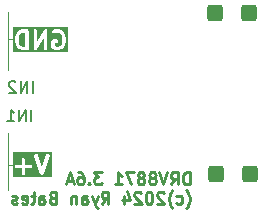
<source format=gbp>
G04 #@! TF.GenerationSoftware,KiCad,Pcbnew,8.0.5*
G04 #@! TF.CreationDate,2024-10-21T19:45:19-04:00*
G04 #@! TF.ProjectId,DRV8871_PCB,44525638-3837-4315-9f50-43422e6b6963,rev?*
G04 #@! TF.SameCoordinates,Original*
G04 #@! TF.FileFunction,Paste,Bot*
G04 #@! TF.FilePolarity,Positive*
%FSLAX46Y46*%
G04 Gerber Fmt 4.6, Leading zero omitted, Abs format (unit mm)*
G04 Created by KiCad (PCBNEW 8.0.5) date 2024-10-21 19:45:19*
%MOMM*%
%LPD*%
G01*
G04 APERTURE LIST*
G04 Aperture macros list*
%AMRoundRect*
0 Rectangle with rounded corners*
0 $1 Rounding radius*
0 $2 $3 $4 $5 $6 $7 $8 $9 X,Y pos of 4 corners*
0 Add a 4 corners polygon primitive as box body*
4,1,4,$2,$3,$4,$5,$6,$7,$8,$9,$2,$3,0*
0 Add four circle primitives for the rounded corners*
1,1,$1+$1,$2,$3*
1,1,$1+$1,$4,$5*
1,1,$1+$1,$6,$7*
1,1,$1+$1,$8,$9*
0 Add four rect primitives between the rounded corners*
20,1,$1+$1,$2,$3,$4,$5,0*
20,1,$1+$1,$4,$5,$6,$7,0*
20,1,$1+$1,$6,$7,$8,$9,0*
20,1,$1+$1,$8,$9,$2,$3,0*%
G04 Aperture macros list end*
%ADD10C,0.100000*%
%ADD11C,0.254000*%
%ADD12C,0.150000*%
%ADD13C,0.300000*%
%ADD14RoundRect,0.250000X0.400000X0.450000X-0.400000X0.450000X-0.400000X-0.450000X0.400000X-0.450000X0*%
G04 APERTURE END LIST*
D10*
X3810000Y-12573000D02*
X3810000Y-17399000D01*
X4318000Y-15240000D02*
X3810000Y-15240000D01*
X3810000Y-2286000D02*
X3810000Y-7239000D01*
X3810000Y-4572000D02*
X4318000Y-4572000D01*
D11*
X19148990Y-16895749D02*
X19148990Y-15879749D01*
X19148990Y-15879749D02*
X18907085Y-15879749D01*
X18907085Y-15879749D02*
X18761942Y-15928130D01*
X18761942Y-15928130D02*
X18665180Y-16024892D01*
X18665180Y-16024892D02*
X18616799Y-16121654D01*
X18616799Y-16121654D02*
X18568418Y-16315178D01*
X18568418Y-16315178D02*
X18568418Y-16460321D01*
X18568418Y-16460321D02*
X18616799Y-16653845D01*
X18616799Y-16653845D02*
X18665180Y-16750607D01*
X18665180Y-16750607D02*
X18761942Y-16847369D01*
X18761942Y-16847369D02*
X18907085Y-16895749D01*
X18907085Y-16895749D02*
X19148990Y-16895749D01*
X17552418Y-16895749D02*
X17891085Y-16411940D01*
X18132990Y-16895749D02*
X18132990Y-15879749D01*
X18132990Y-15879749D02*
X17745942Y-15879749D01*
X17745942Y-15879749D02*
X17649180Y-15928130D01*
X17649180Y-15928130D02*
X17600799Y-15976511D01*
X17600799Y-15976511D02*
X17552418Y-16073273D01*
X17552418Y-16073273D02*
X17552418Y-16218416D01*
X17552418Y-16218416D02*
X17600799Y-16315178D01*
X17600799Y-16315178D02*
X17649180Y-16363559D01*
X17649180Y-16363559D02*
X17745942Y-16411940D01*
X17745942Y-16411940D02*
X18132990Y-16411940D01*
X17262133Y-15879749D02*
X16923466Y-16895749D01*
X16923466Y-16895749D02*
X16584799Y-15879749D01*
X16100990Y-16315178D02*
X16197752Y-16266797D01*
X16197752Y-16266797D02*
X16246133Y-16218416D01*
X16246133Y-16218416D02*
X16294514Y-16121654D01*
X16294514Y-16121654D02*
X16294514Y-16073273D01*
X16294514Y-16073273D02*
X16246133Y-15976511D01*
X16246133Y-15976511D02*
X16197752Y-15928130D01*
X16197752Y-15928130D02*
X16100990Y-15879749D01*
X16100990Y-15879749D02*
X15907466Y-15879749D01*
X15907466Y-15879749D02*
X15810704Y-15928130D01*
X15810704Y-15928130D02*
X15762323Y-15976511D01*
X15762323Y-15976511D02*
X15713942Y-16073273D01*
X15713942Y-16073273D02*
X15713942Y-16121654D01*
X15713942Y-16121654D02*
X15762323Y-16218416D01*
X15762323Y-16218416D02*
X15810704Y-16266797D01*
X15810704Y-16266797D02*
X15907466Y-16315178D01*
X15907466Y-16315178D02*
X16100990Y-16315178D01*
X16100990Y-16315178D02*
X16197752Y-16363559D01*
X16197752Y-16363559D02*
X16246133Y-16411940D01*
X16246133Y-16411940D02*
X16294514Y-16508702D01*
X16294514Y-16508702D02*
X16294514Y-16702226D01*
X16294514Y-16702226D02*
X16246133Y-16798988D01*
X16246133Y-16798988D02*
X16197752Y-16847369D01*
X16197752Y-16847369D02*
X16100990Y-16895749D01*
X16100990Y-16895749D02*
X15907466Y-16895749D01*
X15907466Y-16895749D02*
X15810704Y-16847369D01*
X15810704Y-16847369D02*
X15762323Y-16798988D01*
X15762323Y-16798988D02*
X15713942Y-16702226D01*
X15713942Y-16702226D02*
X15713942Y-16508702D01*
X15713942Y-16508702D02*
X15762323Y-16411940D01*
X15762323Y-16411940D02*
X15810704Y-16363559D01*
X15810704Y-16363559D02*
X15907466Y-16315178D01*
X15133371Y-16315178D02*
X15230133Y-16266797D01*
X15230133Y-16266797D02*
X15278514Y-16218416D01*
X15278514Y-16218416D02*
X15326895Y-16121654D01*
X15326895Y-16121654D02*
X15326895Y-16073273D01*
X15326895Y-16073273D02*
X15278514Y-15976511D01*
X15278514Y-15976511D02*
X15230133Y-15928130D01*
X15230133Y-15928130D02*
X15133371Y-15879749D01*
X15133371Y-15879749D02*
X14939847Y-15879749D01*
X14939847Y-15879749D02*
X14843085Y-15928130D01*
X14843085Y-15928130D02*
X14794704Y-15976511D01*
X14794704Y-15976511D02*
X14746323Y-16073273D01*
X14746323Y-16073273D02*
X14746323Y-16121654D01*
X14746323Y-16121654D02*
X14794704Y-16218416D01*
X14794704Y-16218416D02*
X14843085Y-16266797D01*
X14843085Y-16266797D02*
X14939847Y-16315178D01*
X14939847Y-16315178D02*
X15133371Y-16315178D01*
X15133371Y-16315178D02*
X15230133Y-16363559D01*
X15230133Y-16363559D02*
X15278514Y-16411940D01*
X15278514Y-16411940D02*
X15326895Y-16508702D01*
X15326895Y-16508702D02*
X15326895Y-16702226D01*
X15326895Y-16702226D02*
X15278514Y-16798988D01*
X15278514Y-16798988D02*
X15230133Y-16847369D01*
X15230133Y-16847369D02*
X15133371Y-16895749D01*
X15133371Y-16895749D02*
X14939847Y-16895749D01*
X14939847Y-16895749D02*
X14843085Y-16847369D01*
X14843085Y-16847369D02*
X14794704Y-16798988D01*
X14794704Y-16798988D02*
X14746323Y-16702226D01*
X14746323Y-16702226D02*
X14746323Y-16508702D01*
X14746323Y-16508702D02*
X14794704Y-16411940D01*
X14794704Y-16411940D02*
X14843085Y-16363559D01*
X14843085Y-16363559D02*
X14939847Y-16315178D01*
X14407657Y-15879749D02*
X13730323Y-15879749D01*
X13730323Y-15879749D02*
X14165752Y-16895749D01*
X12811085Y-16895749D02*
X13391657Y-16895749D01*
X13101371Y-16895749D02*
X13101371Y-15879749D01*
X13101371Y-15879749D02*
X13198133Y-16024892D01*
X13198133Y-16024892D02*
X13294895Y-16121654D01*
X13294895Y-16121654D02*
X13391657Y-16170035D01*
X11698324Y-15879749D02*
X11069371Y-15879749D01*
X11069371Y-15879749D02*
X11408038Y-16266797D01*
X11408038Y-16266797D02*
X11262895Y-16266797D01*
X11262895Y-16266797D02*
X11166133Y-16315178D01*
X11166133Y-16315178D02*
X11117752Y-16363559D01*
X11117752Y-16363559D02*
X11069371Y-16460321D01*
X11069371Y-16460321D02*
X11069371Y-16702226D01*
X11069371Y-16702226D02*
X11117752Y-16798988D01*
X11117752Y-16798988D02*
X11166133Y-16847369D01*
X11166133Y-16847369D02*
X11262895Y-16895749D01*
X11262895Y-16895749D02*
X11553181Y-16895749D01*
X11553181Y-16895749D02*
X11649943Y-16847369D01*
X11649943Y-16847369D02*
X11698324Y-16798988D01*
X10633943Y-16798988D02*
X10585562Y-16847369D01*
X10585562Y-16847369D02*
X10633943Y-16895749D01*
X10633943Y-16895749D02*
X10682324Y-16847369D01*
X10682324Y-16847369D02*
X10633943Y-16798988D01*
X10633943Y-16798988D02*
X10633943Y-16895749D01*
X9714704Y-15879749D02*
X9908228Y-15879749D01*
X9908228Y-15879749D02*
X10004990Y-15928130D01*
X10004990Y-15928130D02*
X10053371Y-15976511D01*
X10053371Y-15976511D02*
X10150133Y-16121654D01*
X10150133Y-16121654D02*
X10198514Y-16315178D01*
X10198514Y-16315178D02*
X10198514Y-16702226D01*
X10198514Y-16702226D02*
X10150133Y-16798988D01*
X10150133Y-16798988D02*
X10101752Y-16847369D01*
X10101752Y-16847369D02*
X10004990Y-16895749D01*
X10004990Y-16895749D02*
X9811466Y-16895749D01*
X9811466Y-16895749D02*
X9714704Y-16847369D01*
X9714704Y-16847369D02*
X9666323Y-16798988D01*
X9666323Y-16798988D02*
X9617942Y-16702226D01*
X9617942Y-16702226D02*
X9617942Y-16460321D01*
X9617942Y-16460321D02*
X9666323Y-16363559D01*
X9666323Y-16363559D02*
X9714704Y-16315178D01*
X9714704Y-16315178D02*
X9811466Y-16266797D01*
X9811466Y-16266797D02*
X10004990Y-16266797D01*
X10004990Y-16266797D02*
X10101752Y-16315178D01*
X10101752Y-16315178D02*
X10150133Y-16363559D01*
X10150133Y-16363559D02*
X10198514Y-16460321D01*
X9230895Y-16605464D02*
X8747085Y-16605464D01*
X9327657Y-16895749D02*
X8988990Y-15879749D01*
X8988990Y-15879749D02*
X8650323Y-16895749D01*
X18858704Y-18918500D02*
X18907085Y-18870119D01*
X18907085Y-18870119D02*
X19003847Y-18724976D01*
X19003847Y-18724976D02*
X19052228Y-18628214D01*
X19052228Y-18628214D02*
X19100609Y-18483072D01*
X19100609Y-18483072D02*
X19148990Y-18241167D01*
X19148990Y-18241167D02*
X19148990Y-18047643D01*
X19148990Y-18047643D02*
X19100609Y-17805738D01*
X19100609Y-17805738D02*
X19052228Y-17660595D01*
X19052228Y-17660595D02*
X19003847Y-17563833D01*
X19003847Y-17563833D02*
X18907085Y-17418691D01*
X18907085Y-17418691D02*
X18858704Y-17370310D01*
X18036228Y-18483072D02*
X18132990Y-18531452D01*
X18132990Y-18531452D02*
X18326514Y-18531452D01*
X18326514Y-18531452D02*
X18423276Y-18483072D01*
X18423276Y-18483072D02*
X18471657Y-18434691D01*
X18471657Y-18434691D02*
X18520038Y-18337929D01*
X18520038Y-18337929D02*
X18520038Y-18047643D01*
X18520038Y-18047643D02*
X18471657Y-17950881D01*
X18471657Y-17950881D02*
X18423276Y-17902500D01*
X18423276Y-17902500D02*
X18326514Y-17854119D01*
X18326514Y-17854119D02*
X18132990Y-17854119D01*
X18132990Y-17854119D02*
X18036228Y-17902500D01*
X17697562Y-18918500D02*
X17649181Y-18870119D01*
X17649181Y-18870119D02*
X17552419Y-18724976D01*
X17552419Y-18724976D02*
X17504038Y-18628214D01*
X17504038Y-18628214D02*
X17455657Y-18483072D01*
X17455657Y-18483072D02*
X17407276Y-18241167D01*
X17407276Y-18241167D02*
X17407276Y-18047643D01*
X17407276Y-18047643D02*
X17455657Y-17805738D01*
X17455657Y-17805738D02*
X17504038Y-17660595D01*
X17504038Y-17660595D02*
X17552419Y-17563833D01*
X17552419Y-17563833D02*
X17649181Y-17418691D01*
X17649181Y-17418691D02*
X17697562Y-17370310D01*
X16971848Y-17612214D02*
X16923467Y-17563833D01*
X16923467Y-17563833D02*
X16826705Y-17515452D01*
X16826705Y-17515452D02*
X16584800Y-17515452D01*
X16584800Y-17515452D02*
X16488038Y-17563833D01*
X16488038Y-17563833D02*
X16439657Y-17612214D01*
X16439657Y-17612214D02*
X16391276Y-17708976D01*
X16391276Y-17708976D02*
X16391276Y-17805738D01*
X16391276Y-17805738D02*
X16439657Y-17950881D01*
X16439657Y-17950881D02*
X17020229Y-18531452D01*
X17020229Y-18531452D02*
X16391276Y-18531452D01*
X15762324Y-17515452D02*
X15665562Y-17515452D01*
X15665562Y-17515452D02*
X15568800Y-17563833D01*
X15568800Y-17563833D02*
X15520419Y-17612214D01*
X15520419Y-17612214D02*
X15472038Y-17708976D01*
X15472038Y-17708976D02*
X15423657Y-17902500D01*
X15423657Y-17902500D02*
X15423657Y-18144405D01*
X15423657Y-18144405D02*
X15472038Y-18337929D01*
X15472038Y-18337929D02*
X15520419Y-18434691D01*
X15520419Y-18434691D02*
X15568800Y-18483072D01*
X15568800Y-18483072D02*
X15665562Y-18531452D01*
X15665562Y-18531452D02*
X15762324Y-18531452D01*
X15762324Y-18531452D02*
X15859086Y-18483072D01*
X15859086Y-18483072D02*
X15907467Y-18434691D01*
X15907467Y-18434691D02*
X15955848Y-18337929D01*
X15955848Y-18337929D02*
X16004229Y-18144405D01*
X16004229Y-18144405D02*
X16004229Y-17902500D01*
X16004229Y-17902500D02*
X15955848Y-17708976D01*
X15955848Y-17708976D02*
X15907467Y-17612214D01*
X15907467Y-17612214D02*
X15859086Y-17563833D01*
X15859086Y-17563833D02*
X15762324Y-17515452D01*
X15036610Y-17612214D02*
X14988229Y-17563833D01*
X14988229Y-17563833D02*
X14891467Y-17515452D01*
X14891467Y-17515452D02*
X14649562Y-17515452D01*
X14649562Y-17515452D02*
X14552800Y-17563833D01*
X14552800Y-17563833D02*
X14504419Y-17612214D01*
X14504419Y-17612214D02*
X14456038Y-17708976D01*
X14456038Y-17708976D02*
X14456038Y-17805738D01*
X14456038Y-17805738D02*
X14504419Y-17950881D01*
X14504419Y-17950881D02*
X15084991Y-18531452D01*
X15084991Y-18531452D02*
X14456038Y-18531452D01*
X13585181Y-17854119D02*
X13585181Y-18531452D01*
X13827086Y-17467072D02*
X14068991Y-18192786D01*
X14068991Y-18192786D02*
X13440038Y-18192786D01*
X11698324Y-18531452D02*
X12036991Y-18047643D01*
X12278896Y-18531452D02*
X12278896Y-17515452D01*
X12278896Y-17515452D02*
X11891848Y-17515452D01*
X11891848Y-17515452D02*
X11795086Y-17563833D01*
X11795086Y-17563833D02*
X11746705Y-17612214D01*
X11746705Y-17612214D02*
X11698324Y-17708976D01*
X11698324Y-17708976D02*
X11698324Y-17854119D01*
X11698324Y-17854119D02*
X11746705Y-17950881D01*
X11746705Y-17950881D02*
X11795086Y-17999262D01*
X11795086Y-17999262D02*
X11891848Y-18047643D01*
X11891848Y-18047643D02*
X12278896Y-18047643D01*
X11359658Y-17854119D02*
X11117753Y-18531452D01*
X10875848Y-17854119D02*
X11117753Y-18531452D01*
X11117753Y-18531452D02*
X11214515Y-18773357D01*
X11214515Y-18773357D02*
X11262896Y-18821738D01*
X11262896Y-18821738D02*
X11359658Y-18870119D01*
X10053372Y-18531452D02*
X10053372Y-17999262D01*
X10053372Y-17999262D02*
X10101753Y-17902500D01*
X10101753Y-17902500D02*
X10198515Y-17854119D01*
X10198515Y-17854119D02*
X10392039Y-17854119D01*
X10392039Y-17854119D02*
X10488801Y-17902500D01*
X10053372Y-18483072D02*
X10150134Y-18531452D01*
X10150134Y-18531452D02*
X10392039Y-18531452D01*
X10392039Y-18531452D02*
X10488801Y-18483072D01*
X10488801Y-18483072D02*
X10537182Y-18386310D01*
X10537182Y-18386310D02*
X10537182Y-18289548D01*
X10537182Y-18289548D02*
X10488801Y-18192786D01*
X10488801Y-18192786D02*
X10392039Y-18144405D01*
X10392039Y-18144405D02*
X10150134Y-18144405D01*
X10150134Y-18144405D02*
X10053372Y-18096024D01*
X9569563Y-17854119D02*
X9569563Y-18531452D01*
X9569563Y-17950881D02*
X9521182Y-17902500D01*
X9521182Y-17902500D02*
X9424420Y-17854119D01*
X9424420Y-17854119D02*
X9279277Y-17854119D01*
X9279277Y-17854119D02*
X9182515Y-17902500D01*
X9182515Y-17902500D02*
X9134134Y-17999262D01*
X9134134Y-17999262D02*
X9134134Y-18531452D01*
X7537563Y-17999262D02*
X7392420Y-18047643D01*
X7392420Y-18047643D02*
X7344039Y-18096024D01*
X7344039Y-18096024D02*
X7295658Y-18192786D01*
X7295658Y-18192786D02*
X7295658Y-18337929D01*
X7295658Y-18337929D02*
X7344039Y-18434691D01*
X7344039Y-18434691D02*
X7392420Y-18483072D01*
X7392420Y-18483072D02*
X7489182Y-18531452D01*
X7489182Y-18531452D02*
X7876230Y-18531452D01*
X7876230Y-18531452D02*
X7876230Y-17515452D01*
X7876230Y-17515452D02*
X7537563Y-17515452D01*
X7537563Y-17515452D02*
X7440801Y-17563833D01*
X7440801Y-17563833D02*
X7392420Y-17612214D01*
X7392420Y-17612214D02*
X7344039Y-17708976D01*
X7344039Y-17708976D02*
X7344039Y-17805738D01*
X7344039Y-17805738D02*
X7392420Y-17902500D01*
X7392420Y-17902500D02*
X7440801Y-17950881D01*
X7440801Y-17950881D02*
X7537563Y-17999262D01*
X7537563Y-17999262D02*
X7876230Y-17999262D01*
X6424801Y-18531452D02*
X6424801Y-17999262D01*
X6424801Y-17999262D02*
X6473182Y-17902500D01*
X6473182Y-17902500D02*
X6569944Y-17854119D01*
X6569944Y-17854119D02*
X6763468Y-17854119D01*
X6763468Y-17854119D02*
X6860230Y-17902500D01*
X6424801Y-18483072D02*
X6521563Y-18531452D01*
X6521563Y-18531452D02*
X6763468Y-18531452D01*
X6763468Y-18531452D02*
X6860230Y-18483072D01*
X6860230Y-18483072D02*
X6908611Y-18386310D01*
X6908611Y-18386310D02*
X6908611Y-18289548D01*
X6908611Y-18289548D02*
X6860230Y-18192786D01*
X6860230Y-18192786D02*
X6763468Y-18144405D01*
X6763468Y-18144405D02*
X6521563Y-18144405D01*
X6521563Y-18144405D02*
X6424801Y-18096024D01*
X6086135Y-17854119D02*
X5699087Y-17854119D01*
X5940992Y-17515452D02*
X5940992Y-18386310D01*
X5940992Y-18386310D02*
X5892611Y-18483072D01*
X5892611Y-18483072D02*
X5795849Y-18531452D01*
X5795849Y-18531452D02*
X5699087Y-18531452D01*
X4973373Y-18483072D02*
X5070135Y-18531452D01*
X5070135Y-18531452D02*
X5263659Y-18531452D01*
X5263659Y-18531452D02*
X5360421Y-18483072D01*
X5360421Y-18483072D02*
X5408802Y-18386310D01*
X5408802Y-18386310D02*
X5408802Y-17999262D01*
X5408802Y-17999262D02*
X5360421Y-17902500D01*
X5360421Y-17902500D02*
X5263659Y-17854119D01*
X5263659Y-17854119D02*
X5070135Y-17854119D01*
X5070135Y-17854119D02*
X4973373Y-17902500D01*
X4973373Y-17902500D02*
X4924992Y-17999262D01*
X4924992Y-17999262D02*
X4924992Y-18096024D01*
X4924992Y-18096024D02*
X5408802Y-18192786D01*
X4537945Y-18483072D02*
X4441183Y-18531452D01*
X4441183Y-18531452D02*
X4247659Y-18531452D01*
X4247659Y-18531452D02*
X4150897Y-18483072D01*
X4150897Y-18483072D02*
X4102516Y-18386310D01*
X4102516Y-18386310D02*
X4102516Y-18337929D01*
X4102516Y-18337929D02*
X4150897Y-18241167D01*
X4150897Y-18241167D02*
X4247659Y-18192786D01*
X4247659Y-18192786D02*
X4392802Y-18192786D01*
X4392802Y-18192786D02*
X4489564Y-18144405D01*
X4489564Y-18144405D02*
X4537945Y-18047643D01*
X4537945Y-18047643D02*
X4537945Y-17999262D01*
X4537945Y-17999262D02*
X4489564Y-17902500D01*
X4489564Y-17902500D02*
X4392802Y-17854119D01*
X4392802Y-17854119D02*
X4247659Y-17854119D01*
X4247659Y-17854119D02*
X4150897Y-17902500D01*
D12*
X5759220Y-11553819D02*
X5759220Y-10553819D01*
X5283030Y-11553819D02*
X5283030Y-10553819D01*
X5283030Y-10553819D02*
X4711602Y-11553819D01*
X4711602Y-11553819D02*
X4711602Y-10553819D01*
X3711602Y-11553819D02*
X4283030Y-11553819D01*
X3997316Y-11553819D02*
X3997316Y-10553819D01*
X3997316Y-10553819D02*
X4092554Y-10696676D01*
X4092554Y-10696676D02*
X4187792Y-10791914D01*
X4187792Y-10791914D02*
X4283030Y-10839533D01*
D13*
G36*
X7468264Y-16245318D02*
G01*
X4196133Y-16245318D01*
X4196133Y-15329136D01*
X4362800Y-15329136D01*
X4362800Y-15387664D01*
X4385198Y-15441736D01*
X4426582Y-15483120D01*
X4480654Y-15505518D01*
X4509918Y-15508400D01*
X4931346Y-15508400D01*
X4931346Y-15929828D01*
X4934228Y-15959092D01*
X4956626Y-16013164D01*
X4998010Y-16054548D01*
X5052082Y-16076946D01*
X5110610Y-16076946D01*
X5164682Y-16054548D01*
X5206066Y-16013164D01*
X5228464Y-15959092D01*
X5231346Y-15929828D01*
X5231346Y-15508400D01*
X5652775Y-15508400D01*
X5682039Y-15505518D01*
X5736111Y-15483120D01*
X5777495Y-15441736D01*
X5799893Y-15387664D01*
X5799893Y-15329136D01*
X5777495Y-15275064D01*
X5736111Y-15233680D01*
X5682039Y-15211282D01*
X5652775Y-15208400D01*
X5231346Y-15208400D01*
X5231346Y-14786971D01*
X5228464Y-14757707D01*
X5206066Y-14703635D01*
X5164682Y-14662251D01*
X5110610Y-14639853D01*
X5052082Y-14639853D01*
X4998010Y-14662251D01*
X4956626Y-14703635D01*
X4934228Y-14757707D01*
X4931346Y-14786971D01*
X4931346Y-15208400D01*
X4509918Y-15208400D01*
X4480654Y-15211282D01*
X4426582Y-15233680D01*
X4385198Y-15275064D01*
X4362800Y-15329136D01*
X4196133Y-15329136D01*
X4196133Y-14448589D01*
X6003952Y-14448589D01*
X6010472Y-14477262D01*
X6510472Y-15977262D01*
X6522460Y-16004113D01*
X6529482Y-16012210D01*
X6534275Y-16021795D01*
X6548481Y-16034116D01*
X6560807Y-16048328D01*
X6570394Y-16053121D01*
X6578489Y-16060142D01*
X6596331Y-16066089D01*
X6613155Y-16074501D01*
X6623845Y-16075260D01*
X6634013Y-16078650D01*
X6652769Y-16077317D01*
X6671535Y-16078651D01*
X6681705Y-16075260D01*
X6692394Y-16074501D01*
X6709215Y-16066090D01*
X6727059Y-16060142D01*
X6735155Y-16053119D01*
X6744741Y-16048327D01*
X6757064Y-16034118D01*
X6771273Y-16021795D01*
X6776065Y-16012209D01*
X6783088Y-16004113D01*
X6795076Y-15977262D01*
X7295077Y-14477262D01*
X7301597Y-14448588D01*
X7297447Y-14390208D01*
X7271273Y-14337861D01*
X7227059Y-14299514D01*
X7171535Y-14281005D01*
X7113155Y-14285155D01*
X7060807Y-14311328D01*
X7022460Y-14355543D01*
X7010472Y-14382394D01*
X6652774Y-15455486D01*
X6295076Y-14382394D01*
X6283088Y-14355543D01*
X6244741Y-14311329D01*
X6192394Y-14285155D01*
X6134013Y-14281006D01*
X6078489Y-14299514D01*
X6034275Y-14337861D01*
X6008101Y-14390208D01*
X6003952Y-14448589D01*
X4196133Y-14448589D01*
X4196133Y-14114338D01*
X7468264Y-14114338D01*
X7468264Y-16245318D01*
G37*
G36*
X5241060Y-5238828D02*
G01*
X5058260Y-5238828D01*
X4900657Y-5186294D01*
X4800052Y-5085688D01*
X4746871Y-4979328D01*
X4683917Y-4727507D01*
X4683917Y-4550148D01*
X4746871Y-4298327D01*
X4800052Y-4191967D01*
X4900658Y-4091361D01*
X5058260Y-4038828D01*
X5241060Y-4038828D01*
X5241060Y-5238828D01*
G37*
G36*
X8850584Y-5705495D02*
G01*
X4217250Y-5705495D01*
X4217250Y-4531685D01*
X4383917Y-4531685D01*
X4383917Y-4745971D01*
X4384419Y-4751074D01*
X4384094Y-4753262D01*
X4385713Y-4764212D01*
X4386799Y-4775235D01*
X4387646Y-4777279D01*
X4388396Y-4782351D01*
X4459824Y-5068065D01*
X4460595Y-5070223D01*
X4460672Y-5071304D01*
X4465330Y-5083478D01*
X4469717Y-5095756D01*
X4470361Y-5096626D01*
X4471181Y-5098767D01*
X4542610Y-5241624D01*
X4550537Y-5254217D01*
X4552053Y-5257877D01*
X4555434Y-5261996D01*
X4558275Y-5266510D01*
X4561268Y-5269106D01*
X4570708Y-5280608D01*
X4713565Y-5423466D01*
X4736295Y-5442121D01*
X4741274Y-5444183D01*
X4745346Y-5447715D01*
X4772197Y-5459703D01*
X4986483Y-5531131D01*
X5000995Y-5534430D01*
X5004653Y-5535946D01*
X5009955Y-5536468D01*
X5015157Y-5537651D01*
X5019111Y-5537369D01*
X5033917Y-5538828D01*
X5391060Y-5538828D01*
X5420324Y-5535946D01*
X5474396Y-5513548D01*
X5515780Y-5472164D01*
X5538178Y-5418092D01*
X5541060Y-5388828D01*
X5541060Y-3888828D01*
X5955346Y-3888828D01*
X5955346Y-5388828D01*
X5956087Y-5396353D01*
X5955712Y-5399305D01*
X5956754Y-5403125D01*
X5958228Y-5418092D01*
X5965863Y-5436524D01*
X5971112Y-5455769D01*
X5976966Y-5463328D01*
X5980626Y-5472164D01*
X5994733Y-5486271D01*
X6006947Y-5502043D01*
X6015249Y-5506787D01*
X6022010Y-5513548D01*
X6040440Y-5521182D01*
X6057763Y-5531081D01*
X6067248Y-5532286D01*
X6076082Y-5535946D01*
X6096032Y-5535946D01*
X6115823Y-5538462D01*
X6125048Y-5535946D01*
X6134610Y-5535946D01*
X6153042Y-5528310D01*
X6172287Y-5523062D01*
X6179846Y-5517207D01*
X6188682Y-5513548D01*
X6202789Y-5499440D01*
X6218561Y-5487227D01*
X6227266Y-5474963D01*
X6230066Y-5472164D01*
X6231204Y-5469416D01*
X6235582Y-5463249D01*
X6812489Y-4453663D01*
X6812489Y-5388828D01*
X6815371Y-5418092D01*
X6837769Y-5472164D01*
X6879153Y-5513548D01*
X6933225Y-5535946D01*
X6991753Y-5535946D01*
X7045825Y-5513548D01*
X7087209Y-5472164D01*
X7109607Y-5418092D01*
X7112489Y-5388828D01*
X7112489Y-4745971D01*
X7455346Y-4745971D01*
X7455346Y-5245971D01*
X7458228Y-5275235D01*
X7480626Y-5329307D01*
X7480629Y-5329310D01*
X7499279Y-5352036D01*
X7570707Y-5423465D01*
X7593438Y-5442120D01*
X7598414Y-5444181D01*
X7602489Y-5447715D01*
X7629340Y-5459703D01*
X7843626Y-5531131D01*
X7858138Y-5534430D01*
X7861796Y-5535946D01*
X7867098Y-5536468D01*
X7872300Y-5537651D01*
X7876254Y-5537369D01*
X7891060Y-5538828D01*
X8033917Y-5538828D01*
X8048722Y-5537369D01*
X8052677Y-5537651D01*
X8057878Y-5536468D01*
X8063181Y-5535946D01*
X8066838Y-5534430D01*
X8081351Y-5531131D01*
X8295637Y-5459703D01*
X8322488Y-5447715D01*
X8326559Y-5444183D01*
X8331539Y-5442121D01*
X8354269Y-5423466D01*
X8497126Y-5280608D01*
X8506564Y-5269106D01*
X8509559Y-5266510D01*
X8512399Y-5261996D01*
X8515781Y-5257877D01*
X8517296Y-5254217D01*
X8525224Y-5241624D01*
X8596653Y-5098768D01*
X8597472Y-5096625D01*
X8598117Y-5095756D01*
X8602501Y-5083484D01*
X8607162Y-5071304D01*
X8607238Y-5070223D01*
X8608010Y-5068065D01*
X8679438Y-4782351D01*
X8680187Y-4777279D01*
X8681035Y-4775235D01*
X8682120Y-4764212D01*
X8683740Y-4753262D01*
X8683414Y-4751074D01*
X8683917Y-4745971D01*
X8683917Y-4531685D01*
X8683414Y-4526581D01*
X8683740Y-4524394D01*
X8682120Y-4513443D01*
X8681035Y-4502421D01*
X8680187Y-4500376D01*
X8679438Y-4495305D01*
X8608010Y-4209591D01*
X8607238Y-4207432D01*
X8607162Y-4206352D01*
X8602501Y-4194171D01*
X8598117Y-4181900D01*
X8597472Y-4181030D01*
X8596653Y-4178888D01*
X8525224Y-4036032D01*
X8517297Y-4023440D01*
X8515781Y-4019778D01*
X8512397Y-4015655D01*
X8509559Y-4011146D01*
X8506566Y-4008550D01*
X8497126Y-3997048D01*
X8354269Y-3854191D01*
X8331538Y-3835536D01*
X8326558Y-3833473D01*
X8322488Y-3829943D01*
X8295637Y-3817954D01*
X8081351Y-3746526D01*
X8066843Y-3743227D01*
X8063181Y-3741710D01*
X8057872Y-3741187D01*
X8052678Y-3740006D01*
X8048728Y-3740286D01*
X8033917Y-3738828D01*
X7819632Y-3738828D01*
X7790368Y-3741710D01*
X7785390Y-3743771D01*
X7780013Y-3744154D01*
X7752550Y-3754664D01*
X7609692Y-3826093D01*
X7584806Y-3841758D01*
X7546460Y-3885973D01*
X7527952Y-3941495D01*
X7532100Y-3999876D01*
X7558275Y-4052225D01*
X7602490Y-4090571D01*
X7658012Y-4109079D01*
X7716393Y-4104931D01*
X7743856Y-4094421D01*
X7855042Y-4038828D01*
X8009577Y-4038828D01*
X8167175Y-4091361D01*
X8267782Y-4191968D01*
X8320961Y-4298327D01*
X8383917Y-4550148D01*
X8383917Y-4727507D01*
X8320961Y-4979328D01*
X8267782Y-5085688D01*
X8167176Y-5186294D01*
X8009574Y-5238828D01*
X7915403Y-5238828D01*
X7757800Y-5186294D01*
X7755346Y-5183839D01*
X7755346Y-4895971D01*
X7891060Y-4895971D01*
X7920324Y-4893089D01*
X7974396Y-4870691D01*
X8015780Y-4829307D01*
X8038178Y-4775235D01*
X8038178Y-4716707D01*
X8015780Y-4662635D01*
X7974396Y-4621251D01*
X7920324Y-4598853D01*
X7891060Y-4595971D01*
X7605346Y-4595971D01*
X7576082Y-4598853D01*
X7522010Y-4621251D01*
X7480626Y-4662635D01*
X7458228Y-4716707D01*
X7455346Y-4745971D01*
X7112489Y-4745971D01*
X7112489Y-3888828D01*
X7111747Y-3881301D01*
X7112123Y-3878350D01*
X7111080Y-3874528D01*
X7109607Y-3859564D01*
X7101971Y-3841131D01*
X7096723Y-3821887D01*
X7090868Y-3814327D01*
X7087209Y-3805492D01*
X7073101Y-3791384D01*
X7060888Y-3775613D01*
X7052585Y-3770868D01*
X7045825Y-3764108D01*
X7027394Y-3756473D01*
X7010072Y-3746575D01*
X7000586Y-3745369D01*
X6991753Y-3741710D01*
X6971803Y-3741710D01*
X6952012Y-3739194D01*
X6942787Y-3741710D01*
X6933225Y-3741710D01*
X6914796Y-3749343D01*
X6895548Y-3754593D01*
X6887986Y-3760449D01*
X6879153Y-3764108D01*
X6865047Y-3778213D01*
X6849274Y-3790429D01*
X6840568Y-3802692D01*
X6837769Y-3805492D01*
X6836630Y-3808239D01*
X6832253Y-3814407D01*
X6255346Y-4823994D01*
X6255346Y-3888828D01*
X6252464Y-3859564D01*
X6230066Y-3805492D01*
X6188682Y-3764108D01*
X6134610Y-3741710D01*
X6076082Y-3741710D01*
X6022010Y-3764108D01*
X5980626Y-3805492D01*
X5958228Y-3859564D01*
X5955346Y-3888828D01*
X5541060Y-3888828D01*
X5538178Y-3859564D01*
X5515780Y-3805492D01*
X5474396Y-3764108D01*
X5420324Y-3741710D01*
X5391060Y-3738828D01*
X5033917Y-3738828D01*
X5019105Y-3740286D01*
X5015156Y-3740006D01*
X5009961Y-3741187D01*
X5004653Y-3741710D01*
X5000991Y-3743226D01*
X4986482Y-3746526D01*
X4772197Y-3817955D01*
X4745346Y-3829943D01*
X4741276Y-3833472D01*
X4736295Y-3835536D01*
X4713565Y-3854191D01*
X4570708Y-3997048D01*
X4561268Y-4008549D01*
X4558275Y-4011146D01*
X4555434Y-4015659D01*
X4552053Y-4019779D01*
X4550537Y-4023438D01*
X4542610Y-4036032D01*
X4471181Y-4178889D01*
X4470361Y-4181029D01*
X4469717Y-4181900D01*
X4465330Y-4194177D01*
X4460672Y-4206352D01*
X4460595Y-4207432D01*
X4459824Y-4209591D01*
X4388396Y-4495305D01*
X4387646Y-4500376D01*
X4386799Y-4502421D01*
X4385713Y-4513443D01*
X4384094Y-4524394D01*
X4384419Y-4526581D01*
X4383917Y-4531685D01*
X4217250Y-4531685D01*
X4217250Y-3572161D01*
X8850584Y-3572161D01*
X8850584Y-5705495D01*
G37*
D12*
X5886220Y-9140819D02*
X5886220Y-8140819D01*
X5410030Y-9140819D02*
X5410030Y-8140819D01*
X5410030Y-8140819D02*
X4838602Y-9140819D01*
X4838602Y-9140819D02*
X4838602Y-8140819D01*
X4410030Y-8236057D02*
X4362411Y-8188438D01*
X4362411Y-8188438D02*
X4267173Y-8140819D01*
X4267173Y-8140819D02*
X4029078Y-8140819D01*
X4029078Y-8140819D02*
X3933840Y-8188438D01*
X3933840Y-8188438D02*
X3886221Y-8236057D01*
X3886221Y-8236057D02*
X3838602Y-8331295D01*
X3838602Y-8331295D02*
X3838602Y-8426533D01*
X3838602Y-8426533D02*
X3886221Y-8569390D01*
X3886221Y-8569390D02*
X4457649Y-9140819D01*
X4457649Y-9140819D02*
X3838602Y-9140819D01*
D14*
X24183000Y-2413000D03*
X21283000Y-2413000D03*
X24310000Y-16002000D03*
X21410000Y-16002000D03*
M02*

</source>
